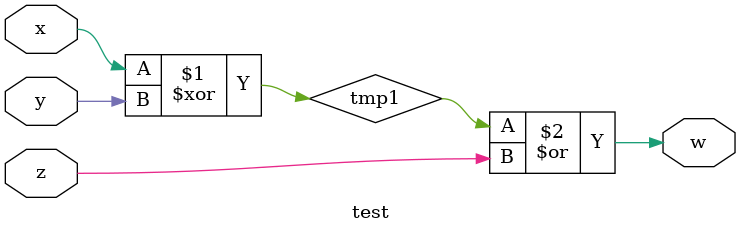
<source format=v>
module test (
    x, y, z, w
);
    input x;
    input y;
    input z;
    output w;
    wire tmp1;
    // wire tmp2;
    assign tmp1 = x ^ y;
    assign w = tmp1 | z;
endmodule
</source>
